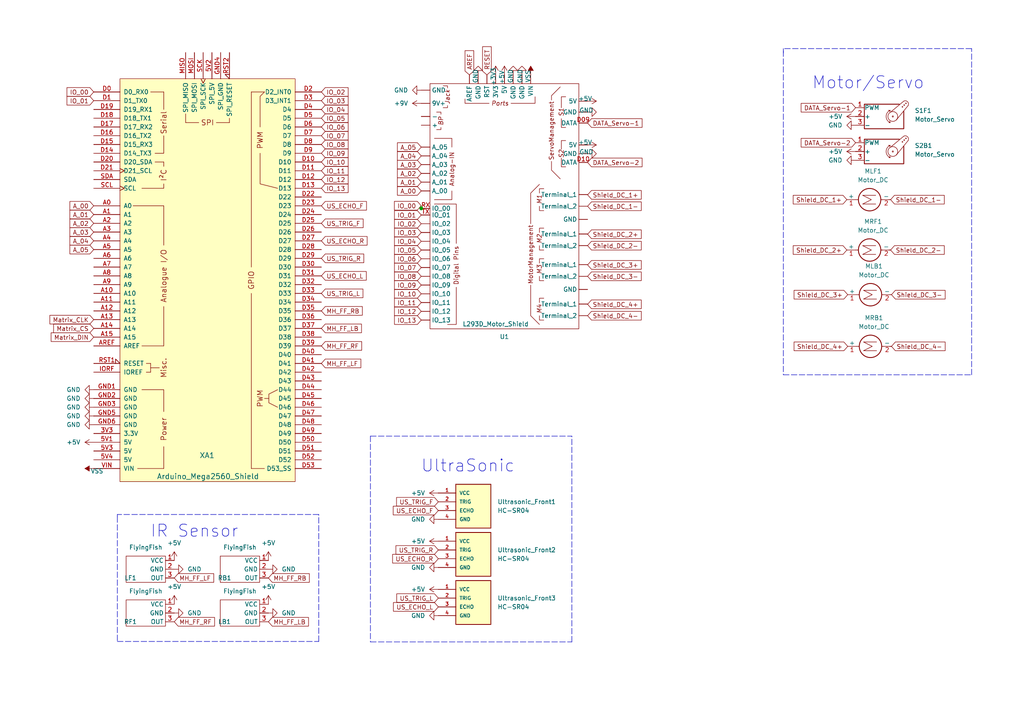
<source format=kicad_sch>
(kicad_sch (version 20211123) (generator eeschema)
  (paper "A4")
  (title_block (title "Infra Vroom") (date "2023-02-08") (rev "V1") (company "De Haagse Hoge School") (comment 1 "Laurens van der Drift") (comment 2 "Fransisco Ramirez") (comment 3 "Tommy Dobos") (comment 4 "Justin van der Reijden"))
  (lib_symbols
    (symbol "Arduino:Arduino_Mega2560_Shield" (pin_names (offset 1.016))
      (property "Reference" "XA" (at 2.54 0 90))
      (property "Value" "Arduino_Mega2560_Shield" (at -2.54 0 90))
      (symbol "Arduino_Mega2560_Shield_0_0"
        (rectangle (start -25.4 -58.42) (end 25.4 58.42) (fill (type background)))
        (rectangle (start -20.32 -54.61) (end -12.7 -54.61))
        (rectangle (start -19.05 -31.75) (end -12.7 -31.75))
        (rectangle (start -19.05 -19.05) (end -12.7 -19.05))
        (rectangle (start -19.05 26.67) (end -12.7 26.67))
        (rectangle (start -17.78 -26.67) (end -16.51 -26.67))
        (rectangle (start -17.78 -24.13) (end -16.51 -24.13))
        (rectangle (start -16.51 -25.4) (end -13.97 -25.4))
        (rectangle (start -16.51 -24.13) (end -16.51 -26.67))
        (rectangle (start -16.51 54.61) (end -12.7 54.61))
        (rectangle (start -15.24 34.29) (end -12.7 34.29))
        (rectangle (start -15.24 36.83) (end -12.7 36.83))
        (rectangle (start -12.7 -54.61) (end -12.7 -48.26))
        (rectangle (start -12.7 -31.75) (end -12.7 -38.1))
        (rectangle (start -12.7 26.67) (end -12.7 27.94))
        (rectangle (start -12.7 34.29) (end -12.7 33.02))
        (rectangle (start -12.7 41.91) (end -12.7 36.83))
        (rectangle (start -12.7 49.53) (end -12.7 54.61))
        (rectangle (start -6.35 48.26) (end -6.35 45.72))
        (rectangle (start -2.54 45.72) (end -6.35 45.72))
        (polyline (pts (xy -21.59 21.59) (xy -12.7 21.59)))
        (polyline (pts (xy -12.7 -19.05) (xy -12.7 -7.62)))
        (polyline (pts (xy -12.7 10.16) (xy -12.7 21.59)))
        (polyline (pts (xy 12.7 -54.61) (xy 16.51 -54.61)))
        (polyline (pts (xy 12.7 54.61) (xy 16.51 54.61)))
        (polyline (pts (xy 17.78 -34.29) (xy 16.51 -34.29)))
        (polyline (pts (xy 15.24 36.83) (xy 15.24 27.94) (xy 20.32 26.67)))
        (polyline (pts (xy 15.24 44.45) (xy 15.24 53.34) (xy 16.51 54.61)))
        (polyline (pts (xy 20.32 -31.75) (xy 17.78 -33.02) (xy 17.78 -35.56) (xy 20.32 -36.83)))
        (rectangle (start 6.35 45.72) (end 2.54 45.72))
        (rectangle (start 6.35 46.99) (end 6.35 45.72))
        (text "Analogue I/O" (at -12.7 1.27 900) (effects (font (size 1.524 1.524))))
        (text "I²C" (at -12.7 30.48 900) (effects (font (size 1.524 1.524))))
        (text "Misc." (at -12.7 -25.4 900) (effects (font (size 1.524 1.524))))
        (text "Power" (at -12.7 -43.18 900) (effects (font (size 1.524 1.524))))
        (text "PWM" (at 15.24 -34.29 900) (effects (font (size 1.524 1.524))))
        (text "PWM" (at 15.24 40.64 900) (effects (font (size 1.524 1.524))))
        (text "Serial" (at -12.7 45.72 900) (effects (font (size 1.524 1.524))))
        (text "SPI" (at 0 45.72 0) (effects (font (size 1.524 1.524))))
      )
      (symbol "Arduino_Mega2560_Shield_1_0"
        (rectangle (start 12.7 -54.61) (end 12.7 -3.81))
        (rectangle (start 12.7 54.61) (end 12.7 3.81))
        (text "GPIO" (at 12.7 0 900) (effects (font (size 1.524 1.524))))
      )
      (symbol "Arduino_Mega2560_Shield_1_1"
        (pin power_out line (at -33.02 -44.45 0) (length 7.62) (name "3.3V") (number "3V3"))
        (pin power_in line (at -33.02 -46.99 0) (length 7.62) (name "5V") (number "5V1"))
        (pin power_in line (at 1.27 66.04 270) (length 7.62) (name "SPI_5V") (number "5V2"))
        (pin power_in line (at -33.02 -49.53 0) (length 7.62) (name "5V") (number "5V3"))
        (pin power_in line (at -33.02 -52.07 0) (length 7.62) (name "5V") (number "5V4"))
        (pin bidirectional line (at -33.02 21.59 0) (length 7.62) (name "A0") (number "A0"))
        (pin bidirectional line (at -33.02 19.05 0) (length 7.62) (name "A1") (number "A1"))
        (pin bidirectional line (at -33.02 -3.81 0) (length 7.62) (name "A10") (number "A10"))
        (pin bidirectional line (at -33.02 -6.35 0) (length 7.62) (name "A11") (number "A11"))
        (pin bidirectional line (at -33.02 -8.89 0) (length 7.62) (name "A12") (number "A12"))
        (pin bidirectional line (at -33.02 -11.43 0) (length 7.62) (name "A13") (number "A13"))
        (pin bidirectional line (at -33.02 -13.97 0) (length 7.62) (name "A14") (number "A14"))
        (pin bidirectional line (at -33.02 -16.51 0) (length 7.62) (name "A15") (number "A15"))
        (pin bidirectional line (at -33.02 16.51 0) (length 7.62) (name "A2") (number "A2"))
        (pin bidirectional line (at -33.02 13.97 0) (length 7.62) (name "A3") (number "A3"))
        (pin bidirectional line (at -33.02 11.43 0) (length 7.62) (name "A4") (number "A4"))
        (pin bidirectional line (at -33.02 8.89 0) (length 7.62) (name "A5") (number "A5"))
        (pin bidirectional line (at -33.02 6.35 0) (length 7.62) (name "A6") (number "A6"))
        (pin bidirectional line (at -33.02 3.81 0) (length 7.62) (name "A7") (number "A7"))
        (pin bidirectional line (at -33.02 1.27 0) (length 7.62) (name "A8") (number "A8"))
        (pin bidirectional line (at -33.02 -1.27 0) (length 7.62) (name "A9") (number "A9"))
        (pin input line (at -33.02 -19.05 0) (length 7.62) (name "AREF") (number "AREF"))
        (pin bidirectional line (at -33.02 54.61 0) (length 7.62) (name "D0_RX0") (number "D0"))
        (pin bidirectional line (at -33.02 52.07 0) (length 7.62) (name "D1_TX0") (number "D1"))
        (pin bidirectional line (at 33.02 34.29 180) (length 7.62) (name "D10") (number "D10"))
        (pin bidirectional line (at 33.02 31.75 180) (length 7.62) (name "D11") (number "D11"))
        (pin bidirectional line (at 33.02 29.21 180) (length 7.62) (name "D12") (number "D12"))
        (pin bidirectional line (at 33.02 26.67 180) (length 7.62) (name "D13") (number "D13"))
        (pin bidirectional line (at -33.02 36.83 0) (length 7.62) (name "D14_TX3") (number "D14"))
        (pin bidirectional line (at -33.02 39.37 0) (length 7.62) (name "D15_RX3") (number "D15"))
        (pin bidirectional line (at -33.02 41.91 0) (length 7.62) (name "D16_TX2") (number "D16"))
        (pin bidirectional line (at -33.02 44.45 0) (length 7.62) (name "D17_RX2") (number "D17"))
        (pin bidirectional line (at -33.02 46.99 0) (length 7.62) (name "D18_TX1") (number "D18"))
        (pin bidirectional line (at -33.02 49.53 0) (length 7.62) (name "D19_RX1") (number "D19"))
        (pin bidirectional line (at 33.02 54.61 180) (length 7.62) (name "D2_INT0") (number "D2"))
        (pin bidirectional line (at -33.02 34.29 0) (length 7.62) (name "D20_SDA") (number "D20"))
        (pin bidirectional clock (at -33.02 31.75 0) (length 7.62) (name "D21_SCL") (number "D21"))
        (pin bidirectional line (at 33.02 24.13 180) (length 7.62) (name "D22") (number "D22"))
        (pin bidirectional line (at 33.02 21.59 180) (length 7.62) (name "D23") (number "D23"))
        (pin bidirectional line (at 33.02 19.05 180) (length 7.62) (name "D24") (number "D24"))
        (pin bidirectional line (at 33.02 16.51 180) (length 7.62) (name "D25") (number "D25"))
        (pin bidirectional line (at 33.02 13.97 180) (length 7.62) (name "D26") (number "D26"))
        (pin bidirectional line (at 33.02 11.43 180) (length 7.62) (name "D27") (number "D27"))
        (pin bidirectional line (at 33.02 8.89 180) (length 7.62) (name "D28") (number "D28"))
        (pin bidirectional line (at 33.02 6.35 180) (length 7.62) (name "D29") (number "D29"))
        (pin bidirectional line (at 33.02 52.07 180) (length 7.62) (name "D3_INT1") (number "D3"))
        (pin bidirectional line (at 33.02 3.81 180) (length 7.62) (name "D30") (number "D30"))
        (pin bidirectional line (at 33.02 1.27 180) (length 7.62) (name "D31") (number "D31"))
        (pin bidirectional line (at 33.02 -1.27 180) (length 7.62) (name "D32") (number "D32"))
        (pin bidirectional line (at 33.02 -3.81 180) (length 7.62) (name "D33") (number "D33"))
        (pin bidirectional line (at 33.02 -6.35 180) (length 7.62) (name "D34") (number "D34"))
        (pin bidirectional line (at 33.02 -8.89 180) (length 7.62) (name "D35") (number "D35"))
        (pin bidirectional line (at 33.02 -11.43 180) (length 7.62) (name "D36") (number "D36"))
        (pin bidirectional line (at 33.02 -13.97 180) (length 7.62) (name "D37") (number "D37"))
        (pin bidirectional line (at 33.02 -16.51 180) (length 7.62) (name "D38") (number "D38"))
        (pin bidirectional line (at 33.02 -19.05 180) (length 7.62) (name "D39") (number "D39"))
        (pin bidirectional line (at 33.02 49.53 180) (length 7.62) (name "D4") (number "D4"))
        (pin bidirectional line (at 33.02 -21.59 180) (length 7.62) (name "D40") (number "D40"))
        (pin bidirectional line (at 33.02 -24.13 180) (length 7.62) (name "D41") (number "D41"))
        (pin bidirectional line (at 33.02 -26.67 180) (length 7.62) (name "D42") (number "D42"))
        (pin bidirectional line (at 33.02 -29.21 180) (length 7.62) (name "D43") (number "D43"))
        (pin bidirectional line (at 33.02 -31.75 180) (length 7.62) (name "D44") (number "D44"))
        (pin bidirectional line (at 33.02 -34.29 180) (length 7.62) (name "D45") (number "D45"))
        (pin bidirectional line (at 33.02 -36.83 180) (length 7.62) (name "D46") (number "D46"))
        (pin bidirectional line (at 33.02 -39.37 180) (length 7.62) (name "D47") (number "D47"))
        (pin bidirectional line (at 33.02 -41.91 180) (length 7.62) (name "D48") (number "D48"))
        (pin bidirectional line (at 33.02 -44.45 180) (length 7.62) (name "D49") (number "D49"))
        (pin bidirectional line (at 33.02 46.99 180) (length 7.62) (name "D5") (number "D5"))
        (pin bidirectional line (at 33.02 -46.99 180) (length 7.62) (name "D50") (number "D50"))
        (pin bidirectional line (at 33.02 -49.53 180) (length 7.62) (name "D51") (number "D51"))
        (pin bidirectional line (at 33.02 -52.07 180) (length 7.62) (name "D52") (number "D52"))
        (pin bidirectional line (at 33.02 -54.61 180) (length 7.62) (name "D53_SS") (number "D53"))
        (pin bidirectional line (at 33.02 44.45 180) (length 7.62) (name "D6") (number "D6"))
        (pin bidirectional line (at 33.02 41.91 180) (length 7.62) (name "D7") (number "D7"))
        (pin bidirectional line (at 33.02 39.37 180) (length 7.62) (name "D8") (number "D8"))
        (pin bidirectional line (at 33.02 36.83 180) (length 7.62) (name "D9") (number "D9"))
        (pin power_in line (at -33.02 -31.75 0) (length 7.62) (name "GND") (number "GND1"))
        (pin power_in line (at -33.02 -34.29 0) (length 7.62) (name "GND") (number "GND2"))
        (pin power_in line (at -33.02 -36.83 0) (length 7.62) (name "GND") (number "GND3"))
        (pin power_in line (at 3.81 66.04 270) (length 7.62) (name "SPI_GND") (number "GND4"))
        (pin power_in line (at -33.02 -39.37 0) (length 7.62) (name "GND") (number "GND5"))
        (pin power_in line (at -33.02 -41.91 0) (length 7.62) (name "GND") (number "GND6"))
        (pin output line (at -33.02 -26.67 0) (length 7.62) (name "IOREF") (number "IORF"))
        (pin input line (at -6.35 66.04 270) (length 7.62) (name "SPI_MISO") (number "MISO"))
        (pin output line (at -3.81 66.04 270) (length 7.62) (name "SPI_MOSI") (number "MOSI"))
        (pin open_collector input_low (at -33.02 -24.13 0) (length 7.62) (name "RESET") (number "RST1"))
        (pin open_collector input_low (at 6.35 66.04 270) (length 7.62) (name "SPI_RESET") (number "RST2"))
        (pin output clock (at -1.27 66.04 270) (length 7.62) (name "SPI_SCK") (number "SCK"))
        (pin bidirectional clock (at -33.02 26.67 0) (length 7.62) (name "SCL") (number "SCL"))
        (pin bidirectional line (at -33.02 29.21 0) (length 7.62) (name "SDA") (number "SDA"))
        (pin power_in line (at -33.02 -54.61 0) (length 7.62) (name "VIN") (number "VIN"))
      )
    )
    (symbol "Arduino:FlyingFish"
      (property "Reference" "U" (at -5.08 -7.62 0))
      (property "Value" "FlyingFish" (at 0 0 0))
      (symbol "FlyingFish_0_1"
        (rectangle (start -6.35 -8.89) (end 5.08 -1.27))
      )
      (symbol "FlyingFish_1_1"
        (pin power_in line (at 7.62 -2.54 180) (length 2.54) (name "VCC") (number "1"))
        (pin power_out line (at 7.62 -5.08 180) (length 2.54) (name "GND") (number "2"))
        (pin output line (at 7.62 -7.62 180) (length 2.54) (name "OUT") (number "3"))
      )
    )
    (symbol "Arduino:L293D_Motor_Shield"
      (property "Reference" "U" (at -10.16 -33.02 0))
      (property "Value" "L293D_Motor_Shield" (at -1.27 -34.925 0))
      (symbol "L293D_Motor_Shield_0_0"
        (polyline (pts (xy -17.145 21.59) (xy -17.145 20.955) (xy -18.415 20.955)))
        (polyline (pts (xy -17.145 25.4) (xy -17.145 26.035) (xy -18.415 26.035)))
        (polyline (pts (xy -15.24 -35.56) (xy -12.7 -35.56) (xy -12.7 -24.765)))
        (polyline (pts (xy -15.24 27.94) (xy -15.24 27.305) (xy -16.51 27.305)))
        (polyline (pts (xy -15.24 33.02) (xy -15.24 33.655) (xy -16.51 33.655)))
        (polyline (pts (xy -13.97 3.175) (xy -13.97 0.635) (xy -19.05 0.635)))
        (polyline (pts (xy -13.97 15.875) (xy -13.97 18.415) (xy -19.05 18.415)))
        (polyline (pts (xy -12.7 -12.065) (xy -12.7 -0.635) (xy -19.05 -0.635)))
        (polyline (pts (xy -3.175 28.575) (xy -10.16 28.575) (xy -10.16 29.845)))
        (polyline (pts (xy 3.175 28.575) (xy 10.16 28.575) (xy 10.16 30.48)))
        (polyline (pts (xy 11.43 -35.56) (xy 8.89 -33.02) (xy 8.89 -24.13)))
        (polyline (pts (xy 11.43 -29.21) (xy 11.43 -27.94) (xy 12.7 -27.94)))
        (polyline (pts (xy 11.43 -17.78) (xy 11.43 -16.51) (xy 12.7 -16.51)))
        (polyline (pts (xy 11.43 -8.89) (xy 11.43 -7.62) (xy 12.7 -7.62)))
        (polyline (pts (xy 11.43 2.54) (xy 11.43 3.81) (xy 12.7 3.81)))
        (polyline (pts (xy 11.43 5.08) (xy 8.89 2.54) (xy 8.89 -6.35)))
        (polyline (pts (xy 12.7 -34.29) (xy 11.43 -34.29) (xy 11.43 -33.02)))
        (polyline (pts (xy 12.7 -22.86) (xy 11.43 -22.86) (xy 11.43 -21.59)))
        (polyline (pts (xy 12.7 -13.97) (xy 11.43 -13.97) (xy 11.43 -12.7)))
        (polyline (pts (xy 12.7 -2.54) (xy 11.43 -2.54) (xy 11.43 -1.27)))
        (polyline (pts (xy 17.4625 6.6675) (xy 14.9225 9.2075) (xy 14.9225 11.7475)))
        (polyline (pts (xy 17.4625 33.3375) (xy 14.9225 30.7975) (xy 14.9225 29.5275)))
        (polyline (pts (xy 17.78 12.7) (xy 17.78 10.16) (xy 19.05 10.16)))
        (polyline (pts (xy 17.78 15.24) (xy 17.78 17.78) (xy 19.05 17.78)))
        (polyline (pts (xy 17.78 24.13) (xy 17.78 21.59) (xy 19.05 21.59)))
        (polyline (pts (xy 17.78 27.305) (xy 17.78 30.48) (xy 19.05 30.48)))
        (text "Analog-IN" (at -13.97 9.525 900) (effects (font (size 1.27 1.27))))
        (text "BP" (at -17.145 23.495 900) (effects (font (size 1.27 1.27) italic)))
        (text "Digital Pins" (at -12.7 -18.415 900) (effects (font (size 1.27 1.27))))
        (text "Jack" (at -15.24 30.48 900) (effects (font (size 1.27 1.27) italic)))
        (text "M1" (at 11.43 0.76 900) (effects (font (size 1.27 1.27) italic)))
        (text "M2" (at 11.43 -10.67 900) (effects (font (size 1.27 1.27) italic)))
        (text "M3" (at 11.43 -19.56 900) (effects (font (size 1.27 1.27) italic)))
        (text "M4" (at 11.43 -30.99 900) (effects (font (size 1.27 1.27) italic)))
        (text "MotorManagement" (at 8.89 -15.24 900) (effects (font (size 1.27 1.27))))
        (text "Ports" (at 0 28.575 0) (effects (font (size 1.27 1.27) italic)))
        (text "S1" (at 17.78 26.035 900) (effects (font (size 1.27 1.27) italic)))
        (text "S2" (at 17.78 13.97 900) (effects (font (size 1.27 1.27) italic)))
        (text "ServoManagement" (at 14.9225 20.6375 900) (effects (font (size 1.27 1.27))))
      )
      (symbol "L293D_Motor_Shield_0_1"
        (rectangle (start -20.32 34.29) (end 22.86 -36.83))
      )
      (symbol "L293D_Motor_Shield_1_1"
        (pin output line (at -22.86 22.225 0) (length 2.54) (name "+") (number ""))
        (pin input line (at -22.86 24.765 0) (length 2.54) (name "-") (number ""))
        (pin power_in line (at -1.27 36.83 270) (length 2.54) (name "3V3") (number ""))
        (pin power_in line (at 1.27 36.83 270) (length 2.54) (name "5V") (number ""))
        (pin power_out line (at 25.4 16.51 180) (length 2.54) (name "5V") (number ""))
        (pin power_out line (at 25.4 29.21 180) (length 2.54) (name "5V") (number ""))
        (pin power_in line (at -22.86 28.575 0) (length 2.54) (name "9V+") (number ""))
        (pin bidirectional line (at -8.89 36.83 270) (length 2.54) (name "AREF") (number ""))
        (pin input line (at -22.86 3.175 0) (length 2.54) (name "A_00") (number ""))
        (pin input line (at -22.86 5.715 0) (length 2.54) (name "A_01") (number ""))
        (pin input line (at -22.86 8.255 0) (length 2.54) (name "A_02") (number ""))
        (pin input line (at -22.86 10.795 0) (length 2.54) (name "A_03") (number ""))
        (pin input line (at -22.86 13.335 0) (length 2.54) (name "A_04") (number ""))
        (pin input line (at -22.86 15.875 0) (length 2.54) (name "A_05") (number ""))
        (pin bidirectional line (at -22.86 32.385 0) (length 2.54) (name "GND") (number ""))
        (pin bidirectional line (at -6.35 36.83 270) (length 2.54) (name "GND") (number ""))
        (pin bidirectional line (at 3.81 36.83 270) (length 2.54) (name "GND") (number ""))
        (pin bidirectional line (at 6.35 36.83 270) (length 2.54) (name "GND") (number ""))
        (pin bidirectional line (at 25.4 -25.4 180) (length 2.54) (name "GND") (number ""))
        (pin bidirectional line (at 25.4 -5.08 180) (length 2.54) (name "GND") (number ""))
        (pin bidirectional line (at 25.4 13.97 180) (length 2.54) (name "GND") (number ""))
        (pin bidirectional line (at 25.4 26.035 180) (length 2.54) (name "GND") (number ""))
        (pin bidirectional line (at -22.86 -6.35 0) (length 2.54) (name "IO_02") (number ""))
        (pin bidirectional line (at -22.86 -8.89 0) (length 2.54) (name "IO_03") (number ""))
        (pin bidirectional line (at -22.86 -11.43 0) (length 2.54) (name "IO_04") (number ""))
        (pin bidirectional line (at -22.86 -13.97 0) (length 2.54) (name "IO_05") (number ""))
        (pin bidirectional line (at -22.86 -16.51 0) (length 2.54) (name "IO_06") (number ""))
        (pin bidirectional line (at -22.86 -19.05 0) (length 2.54) (name "IO_07") (number ""))
        (pin bidirectional line (at -22.86 -21.59 0) (length 2.54) (name "IO_08") (number ""))
        (pin bidirectional line (at -22.86 -24.13 0) (length 2.54) (name "IO_09") (number ""))
        (pin bidirectional line (at -22.86 -26.67 0) (length 2.54) (name "IO_10") (number ""))
        (pin bidirectional line (at -22.86 -29.21 0) (length 2.54) (name "IO_11") (number ""))
        (pin bidirectional line (at -22.86 -31.75 0) (length 2.54) (name "IO_12") (number ""))
        (pin bidirectional line (at -22.86 -34.29 0) (length 2.54) (name "IO_13") (number ""))
        (pin input line (at -3.81 36.83 270) (length 2.54) (name "RST") (number ""))
        (pin bidirectional line (at 25.414 -29.6446 180) (length 2.54) (name "Terminal_1") (number ""))
        (pin bidirectional line (at 25.414 -18.2146 180) (length 2.54) (name "Terminal_1") (number ""))
        (pin bidirectional line (at 25.414 -9.3246 180) (length 2.54) (name "Terminal_1") (number ""))
        (pin bidirectional line (at 25.414 2.1054 180) (length 2.54) (name "Terminal_1") (number ""))
        (pin bidirectional line (at 25.4 -33.02 180) (length 2.54) (name "Terminal_2") (number ""))
        (pin bidirectional line (at 25.4 -21.59 180) (length 2.54) (name "Terminal_2") (number ""))
        (pin bidirectional line (at 25.4 -12.7 180) (length 2.54) (name "Terminal_2") (number ""))
        (pin bidirectional line (at 25.4 -1.27 180) (length 2.54) (name "Terminal_2") (number ""))
        (pin bidirectional line (at 8.89 36.83 270) (length 2.54) (name "VIN") (number ""))
        (pin output line (at 25.4 22.86 180) (length 2.54) (name "DATA") (number "D09"))
        (pin output line (at 25.4 11.43 180) (length 2.54) (name "DATA") (number "D10"))
        (pin bidirectional line (at -22.86 -1.905 0) (length 2.54) (name "IO_00") (number "RX"))
        (pin bidirectional line (at -22.86 -3.81 0) (length 2.54) (name "IO_01") (number "TX"))
      )
    )
    (symbol "HC-SR04:HC-SR04" (pin_names (offset 1.016))
      (property "Reference" "U" (at 0 5.0813 0))
      (property "Value" "HC-SR04" (at 0 -10.163 0))
      (symbol "HC-SR04_0_0"
        (rectangle (start 0 -7.62) (end 10.16 5.08) (stroke (width 0.254)) (fill (type background)))
        (pin power_in line (at -5.08 2.54 0) (length 5.08) (name "VCC") (number "1"))
        (pin bidirectional line (at -5.08 0 0) (length 5.08) (name "TRIG") (number "2"))
        (pin bidirectional line (at -5.08 -2.54 0) (length 5.08) (name "ECHO") (number "3"))
        (pin power_in line (at -5.08 -5.08 0) (length 5.08) (name "GND") (number "4"))
      )
    )
    (symbol "Motor:Motor_DC" (pin_names (offset 0))
      (property "Reference" "M" (at 2.54 2.54 0))
      (property "Value" "Motor_DC" (at 2.54 -5.08 0))
      (symbol "Motor_DC_0_0"
        (polyline (pts (xy -1.27 -3.302) (xy -1.27 0.508) (xy 0 -2.032) (xy 1.27 0.508) (xy 1.27 -3.302)))
      )
      (symbol "Motor_DC_0_1"
        (circle (center 0 -1.524) (radius 3.2512) (stroke (width 0.254)))
        (polyline (pts (xy 0 -7.62) (xy 0 -7.112)))
        (polyline (pts (xy 0 -4.7752) (xy 0 -5.1816)))
        (polyline (pts (xy 0 1.7272) (xy 0 2.0828)))
        (polyline (pts (xy 0 2.032) (xy 0 2.54)))
      )
      (symbol "Motor_DC_1_1"
        (pin passive line (at 0 5.08 270) (length 2.54) (name "+") (number "1"))
        (pin passive line (at 0 -7.62 90) (length 2.54) (name "-") (number "2"))
      )
    )
    (symbol "Motor:Motor_Servo" (pin_names (offset 0.0254))
      (property "Reference" "M" (at -5.08 4.445 0))
      (property "Value" "Motor_Servo" (at -5.08 -4.064 0))
      (symbol "Motor_Servo_0_1"
        (polyline (pts (xy 2.413 -1.778) (xy 2.032 -1.778)))
        (polyline (pts (xy 2.413 -1.778) (xy 2.286 -1.397)))
        (polyline (pts (xy 2.413 1.778) (xy 1.905 1.778)))
        (polyline (pts (xy 2.413 1.778) (xy 2.286 1.397)))
        (polyline (pts (xy 6.35 4.445) (xy 2.54 1.27)))
        (polyline (pts (xy 7.62 3.175) (xy 4.191 -1.016)))
        (polyline (pts (xy 5.08 3.556) (xy -5.08 3.556) (xy -5.08 -3.556) (xy 6.35 -3.556) (xy 6.35 1.524)) (stroke (width 0.254)))
        (arc (start 2.413 1.778) (mid 1.2406 0) (end 2.413 -1.778))
        (circle (center 3.175 0) (radius 0.1778))
        (circle (center 3.175 0) (radius 1.4224))
        (circle (center 5.969 2.794) (radius 0.127))
        (circle (center 6.477 3.302) (radius 0.127))
        (circle (center 6.985 3.81) (radius 0.127))
        (arc (start 7.62 3.175) (mid 7.4485 4.2735) (end 6.35 4.445))
      )
      (symbol "Motor_Servo_1_1"
        (pin passive line (at -7.62 2.54 0) (length 2.54) (name "PWM") (number "1"))
        (pin passive line (at -7.62 0 0) (length 2.54) (name "+") (number "2"))
        (pin passive line (at -7.62 -2.54 0) (length 2.54) (name "-") (number "3"))
      )
    )
    (symbol "power:+3V3" (power) (pin_names (offset 0))
      (property "Value" "+3V3" (at 0 3.556 0))
      (symbol "+3V3_0_1"
        (polyline (pts (xy -0.762 1.27) (xy 0 2.54)))
        (polyline (pts (xy 0 0) (xy 0 2.54)))
        (polyline (pts (xy 0 2.54) (xy 0.762 1.27)))
      )
      (symbol "+3V3_1_1"
        (pin power_in line (at 0 0 90) (length 0) hide (name "+3V3") (number "1"))
      )
    )
    (symbol "power:+5V" (power) (pin_names (offset 0))
      (property "Value" "+5V" (at 0 3.556 0))
      (symbol "+5V_0_1"
        (polyline (pts (xy -0.762 1.27) (xy 0 2.54)))
        (polyline (pts (xy 0 0) (xy 0 2.54)))
        (polyline (pts (xy 0 2.54) (xy 0.762 1.27)))
      )
      (symbol "+5V_1_1"
        (pin power_in line (at 0 0 90) (length 0) hide (name "+5V") (number "1"))
      )
    )
    (symbol "power:+9V" (power) (pin_names (offset 0))
      (property "Value" "+9V" (at 0 3.556 0))
      (symbol "+9V_0_1"
        (polyline (pts (xy -0.762 1.27) (xy 0 2.54)))
        (polyline (pts (xy 0 0) (xy 0 2.54)))
        (polyline (pts (xy 0 2.54) (xy 0.762 1.27)))
      )
      (symbol "+9V_1_1"
        (pin power_in line (at 0 0 90) (length 0) hide (name "+9V") (number "1"))
      )
    )
    (symbol "power:GND" (power) (pin_names (offset 0))
      (property "Value" "GND" (at 0 -3.81 0))
      (symbol "GND_0_1"
        (polyline (pts (xy 0 0) (xy 0 -1.27) (xy 1.27 -1.27) (xy 0 -2.54) (xy -1.27 -1.27) (xy 0 -1.27)))
      )
      (symbol "GND_1_1"
        (pin power_in line (at 0 0 270) (length 0) hide (name "GND") (number "1"))
      )
    )
    (symbol "power:VSS" (power) (pin_names (offset 0))
      (property "Value" "VSS" (at 0 3.81 0))
      (symbol "VSS_0_1"
        (polyline (pts (xy 0 0) (xy 0 2.54)))
        (polyline (pts (xy 0.762 1.27) (xy -0.762 1.27) (xy 0 2.54) (xy 0.762 1.27)) (fill (type outline)))
      )
      (symbol "VSS_1_1"
        (pin power_in line (at 0 0 90) (length 0) hide (name "VSS") (number "1"))
      )
    )
  )
  (junction (at 122.174 60.452))
  (wire (pts (xy 122.1486 60.452) (xy 122.174 60.452)))
  (polyline (pts (xy 328.803 64.77) (xy 328.803 19.685)))
  (polyline (pts (xy 107.442 126.492) (xy 107.442 186.182)))
  (wire (pts (xy 122.1486 59.6646) (xy 122.1486 60.452)))
  (polyline (pts (xy 328.803 19.685) (xy 372.618 19.685)))
  (polyline (pts (xy 281.813 108.712) (xy 281.813 14.097)))
  (polyline (pts (xy 372.618 20.32) (xy 372.618 64.77)))
  (polyline (pts (xy 227.203 108.712) (xy 281.813 108.712)))
  (polyline (pts (xy 34.036 149.225) (xy 34.036 149.86)))
  (polyline (pts (xy 165.862 186.182) (xy 165.862 126.492)))
  (polyline (pts (xy 227.203 14.732) (xy 227.203 108.712)))
  (polyline (pts (xy 372.618 64.77) (xy 328.803 64.77)))
  (polyline (pts (xy 107.442 186.182) (xy 165.862 186.182)))
  (polyline (pts (xy 92.456 149.225) (xy 34.036 149.225)))
  (polyline (pts (xy 34.036 186.055) (xy 92.456 186.055)))
  (polyline (pts (xy 107.442 126.492) (xy 165.862 126.492)))
  (polyline (pts (xy 281.813 14.097) (xy 227.203 14.097)))
  (polyline (pts (xy 34.036 149.86) (xy 34.036 186.055)))
  (polyline (pts (xy 227.203 14.097) (xy 227.203 15.367)))
  (polyline (pts (xy 92.456 186.055) (xy 92.456 149.225)))
  (text "IR Sensor" (at 43.561 156.21 0) (effects (font (size 3.5 3.5)) (justify left bottom)))
  (text "UltraSonic" (at 122.047 137.287 0) (effects (font (size 3.5 3.5)) (justify left bottom)))
  (text "Bluetooth" (at 335.788 29.21 0) (effects (font (size 3.5 3.5)) (justify left bottom)))
  (text "Motor/Servo" (at 235.458 26.162 0) (effects (font (size 3.5 3.5)) (justify left bottom)))
  (global_label "ZS-040_State" (shape input) (at 353.568 34.29 0) (property "Intersheet References" "${INTERSHEET_REFS}" (effects hide)))
  (global_label "A_05" (shape input) (at 122.174 42.672 180) (property "Intersheet References" "${INTERSHEET_REFS}" (effects hide)))
  (global_label "Shield_DC_1-" (shape input) (at 170.434 59.817 0) (property "Intersheet References" "${INTERSHEET_REFS}" (effects hide)))
  (global_label "IO_00" (shape input) (at 27.178 26.67 180) (property "Intersheet References" "${INTERSHEET_REFS}" (effects hide)))
  (global_label "A_03" (shape input) (at 27.178 67.31 180) (property "Intersheet References" "${INTERSHEET_REFS}" (effects hide)))
  (global_label "Shield_DC_2-" (shape input) (at 170.434 71.247 0) (property "Intersheet References" "${INTERSHEET_REFS}" (effects hide)))
  (global_label "MH_FF_RF" (shape input) (at 93.218 100.33 0) (property "Intersheet References" "${INTERSHEET_REFS}" (effects hide)))
  (global_label "MH_FF_LF" (shape input) (at 93.218 105.41 0) (property "Intersheet References" "${INTERSHEET_REFS}" (effects hide)))
  (global_label "A_02" (shape input) (at 27.178 64.77 180) (property "Intersheet References" "${INTERSHEET_REFS}" (effects hide)))
  (global_label "IO_08" (shape input) (at 122.174 80.137 180) (property "Intersheet References" "${INTERSHEET_REFS}" (effects hide)))
  (global_label "IO_12" (shape input) (at 93.218 52.07 0) (property "Intersheet References" "${INTERSHEET_REFS}" (effects hide)))
  (global_label "ZS-040_TXD" (shape input) (at 353.568 43.18 0) (property "Intersheet References" "${INTERSHEET_REFS}" (effects hide)))
  (global_label "AREF" (shape input) (at 136.144 21.717 90) (property "Intersheet References" "${INTERSHEET_REFS}" (effects hide)))
  (global_label "A_03" (shape input) (at 122.174 47.752 180) (property "Intersheet References" "${INTERSHEET_REFS}" (effects hide)))
  (global_label "MH_FF_LB" (shape input) (at 93.218 95.25 0) (property "Intersheet References" "${INTERSHEET_REFS}" (effects hide)))
  (global_label "IO_08" (shape input) (at 93.218 41.91 0) (property "Intersheet References" "${INTERSHEET_REFS}" (effects hide)))
  (global_label "IO_10" (shape input) (at 122.174 85.217 180) (property "Intersheet References" "${INTERSHEET_REFS}" (effects hide)))
  (global_label "DATA_Servo-2" (shape input) (at 248.158 41.402 180) (property "Intersheet References" "${INTERSHEET_REFS}" (effects hide)))
  (global_label "MH_FF_RB" (shape input) (at 93.218 90.17 0) (property "Intersheet References" "${INTERSHEET_REFS}" (effects hide)))
  (global_label "IO_06" (shape input) (at 93.218 36.83 0) (property "Intersheet References" "${INTERSHEET_REFS}" (effects hide)))
  (global_label "IO_04" (shape input) (at 93.218 31.75 0) (property "Intersheet References" "${INTERSHEET_REFS}" (effects hide)))
  (global_label "Shield_DC_4-" (shape input) (at 258.572 100.457 0) (property "Intersheet References" "${INTERSHEET_REFS}" (effects hide)))
  (global_label "IO_02" (shape input) (at 122.174 64.897 180) (property "Intersheet References" "${INTERSHEET_REFS}" (effects hide)))
  (global_label "IO_00" (shape input) (at 122.1486 59.6646 180) (property "Intersheet References" "${INTERSHEET_REFS}" (effects hide)))
  (global_label "IO_03" (shape input) (at 93.218 29.21 0) (property "Intersheet References" "${INTERSHEET_REFS}" (effects hide)))
  (global_label "Shield_DC_3-" (shape input) (at 170.434 80.137 0) (property "Intersheet References" "${INTERSHEET_REFS}" (effects hide)))
  (global_label "Shield_DC_2-" (shape input) (at 258.318 72.517 0) (property "Intersheet References" "${INTERSHEET_REFS}" (effects hide)))
  (global_label "Shield_DC_1+" (shape input) (at 245.618 57.912 180) (property "Intersheet References" "${INTERSHEET_REFS}" (effects hide)))
  (global_label "IO_05" (shape input) (at 93.218 34.29 0) (property "Intersheet References" "${INTERSHEET_REFS}" (effects hide)))
  (global_label "US_TRIG_L" (shape input) (at 127.127 173.482 180) (property "Intersheet References" "${INTERSHEET_REFS}" (effects hide)))
  (global_label "Shield_DC_4+" (shape input) (at 170.434 88.265 0) (property "Intersheet References" "${INTERSHEET_REFS}" (effects hide)))
  (global_label "ZS-040_GND" (shape input) (at 353.568 47.625 0) (property "Intersheet References" "${INTERSHEET_REFS}" (effects hide)))
  (global_label "US_TRIG_R" (shape input) (at 93.218 74.93 0) (property "Intersheet References" "${INTERSHEET_REFS}" (effects hide)))
  (global_label "IO_03" (shape input) (at 122.174 67.437 180) (property "Intersheet References" "${INTERSHEET_REFS}" (effects hide)))
  (global_label "Shield_DC_2+" (shape input) (at 245.618 72.517 180) (property "Intersheet References" "${INTERSHEET_REFS}" (effects hide)))
  (global_label "IO_04" (shape input) (at 122.174 69.977 180) (property "Intersheet References" "${INTERSHEET_REFS}" (effects hide)))
  (global_label "MH_FF_LF" (shape input) (at 50.546 167.64 0) (property "Intersheet References" "${INTERSHEET_REFS}" (effects hide)))
  (global_label "US_TRIG_L" (shape input) (at 93.218 85.09 0) (property "Intersheet References" "${INTERSHEET_REFS}" (effects hide)))
  (global_label "IO_11" (shape input) (at 122.174 87.757 180) (property "Intersheet References" "${INTERSHEET_REFS}" (effects hide)))
  (global_label "MH_FF_LB" (shape input) (at 77.851 180.34 0) (property "Intersheet References" "${INTERSHEET_REFS}" (effects hide)))
  (global_label "IO_13" (shape input) (at 122.174 92.837 180) (property "Intersheet References" "${INTERSHEET_REFS}" (effects hide)))
  (global_label "US_ECHO_L" (shape input) (at 93.218 80.01 0) (property "Intersheet References" "${INTERSHEET_REFS}" (effects hide)))
  (global_label "Shield_DC_4-" (shape input) (at 170.434 91.567 0) (property "Intersheet References" "${INTERSHEET_REFS}" (effects hide)))
  (global_label "US_TRIG_R" (shape input) (at 127.127 159.512 180) (property "Intersheet References" "${INTERSHEET_REFS}" (effects hide)))
  (global_label "IO_12" (shape input) (at 122.174 90.297 180) (property "Intersheet References" "${INTERSHEET_REFS}" (effects hide)))
  (global_label "US_ECHO_L" (shape input) (at 127.127 176.022 180) (property "Intersheet References" "${INTERSHEET_REFS}" (effects hide)))
  (global_label "IO_06" (shape input) (at 122.174 75.057 180) (property "Intersheet References" "${INTERSHEET_REFS}" (effects hide)))
  (global_label "ZS-040_RXD" (shape input) (at 353.568 38.735 0) (property "Intersheet References" "${INTERSHEET_REFS}" (effects hide)))
  (global_label "A_04" (shape input) (at 122.174 45.212 180) (property "Intersheet References" "${INTERSHEET_REFS}" (effects hide)))
  (global_label "A_00" (shape input) (at 27.178 59.69 180) (property "Intersheet References" "${INTERSHEET_REFS}" (effects hide)))
  (global_label "DATA_Servo-2" (shape input) (at 170.434 47.117 0) (property "Intersheet References" "${INTERSHEET_REFS}" (effects hide)))
  (global_label "Matrix_DIN" (shape input) (at 27.178 97.79 180) (property "Intersheet References" "${INTERSHEET_REFS}" (effects hide)))
  (global_label "A_02" (shape input) (at 122.174 50.292 180) (property "Intersheet References" "${INTERSHEET_REFS}" (effects hide)))
  (global_label "A_05" (shape input) (at 27.178 72.39 180) (property "Intersheet References" "${INTERSHEET_REFS}" (effects hide)))
  (global_label "Matrix_CLK" (shape input) (at 27.178 92.71 180) (property "Intersheet References" "${INTERSHEET_REFS}" (effects hide)))
  (global_label "Shield_DC_4+" (shape input) (at 245.872 100.457 180) (property "Intersheet References" "${INTERSHEET_REFS}" (effects hide)))
  (global_label "Shield_DC_3+" (shape input) (at 170.434 76.835 0) (property "Intersheet References" "${INTERSHEET_REFS}" (effects hide)))
  (global_label "Shield_DC_3+" (shape input) (at 245.872 85.471 180) (property "Intersheet References" "${INTERSHEET_REFS}" (effects hide)))
  (global_label "A_04" (shape input) (at 27.178 69.85 180) (property "Intersheet References" "${INTERSHEET_REFS}" (effects hide)))
  (global_label "A_00" (shape input) (at 122.174 55.372 180) (property "Intersheet References" "${INTERSHEET_REFS}" (effects hide)))
  (global_label "Shield_DC_2+" (shape input) (at 170.434 67.945 0) (property "Intersheet References" "${INTERSHEET_REFS}" (effects hide)))
  (global_label "DATA_Servo-1" (shape input) (at 170.434 35.687 0) (property "Intersheet References" "${INTERSHEET_REFS}" (effects hide)))
  (global_label "IO_13" (shape input) (at 93.218 54.61 0) (property "Intersheet References" "${INTERSHEET_REFS}" (effects hide)))
  (global_label "MH_FF_RB" (shape input) (at 77.851 167.64 0) (property "Intersheet References" "${INTERSHEET_REFS}" (effects hide)))
  (global_label "IO_11" (shape input) (at 93.218 49.53 0) (property "Intersheet References" "${INTERSHEET_REFS}" (effects hide)))
  (global_label "IO_10" (shape input) (at 93.218 46.99 0) (property "Intersheet References" "${INTERSHEET_REFS}" (effects hide)))
  (global_label "DATA_Servo-1" (shape input) (at 248.158 31.242 180) (property "Intersheet References" "${INTERSHEET_REFS}" (effects hide)))
  (global_label "A_01" (shape input) (at 122.174 52.832 180) (property "Intersheet References" "${INTERSHEET_REFS}" (effects hide)))
  (global_label "A_01" (shape input) (at 27.178 62.23 180) (property "Intersheet References" "${INTERSHEET_REFS}" (effects hide)))
  (global_label "US_ECHO_F" (shape input) (at 127.127 148.082 180) (property "Intersheet References" "${INTERSHEET_REFS}" (effects hide)))
  (global_label "Shield_DC_3-" (shape input) (at 258.572 85.471 0) (property "Intersheet References" "${INTERSHEET_REFS}" (effects hide)))
  (global_label "IO_01" (shape input) (at 27.178 29.21 180) (property "Intersheet References" "${INTERSHEET_REFS}" (effects hide)))
  (global_label "Shield_DC_1+" (shape input) (at 170.434 56.515 0) (property "Intersheet References" "${INTERSHEET_REFS}" (effects hide)))
  (global_label "IO_01" (shape input) (at 122.174 62.357 180) (property "Intersheet References" "${INTERSHEET_REFS}" (effects hide)))
  (global_label "ZS-040_EN" (shape input) (at 353.568 56.515 0) (property "Intersheet References" "${INTERSHEET_REFS}" (effects hide)))
  (global_label "US_TRIG_F" (shape input) (at 127.127 145.542 180) (property "Intersheet References" "${INTERSHEET_REFS}" (effects hide)))
  (global_label "IO_09" (shape input) (at 93.218 44.45 0) (property "Intersheet References" "${INTERSHEET_REFS}" (effects hide)))
  (global_label "ZS-040_VCC" (shape input) (at 353.568 52.07 0) (property "Intersheet References" "${INTERSHEET_REFS}" (effects hide)))
  (global_label "US_ECHO_R" (shape input) (at 127.127 162.052 180) (property "Intersheet References" "${INTERSHEET_REFS}" (effects hide)))
  (global_label "Matrix_CS" (shape input) (at 27.178 95.25 180) (property "Intersheet References" "${INTERSHEET_REFS}" (effects hide)))
  (global_label "IO_07" (shape input) (at 93.218 39.37 0) (property "Intersheet References" "${INTERSHEET_REFS}" (effects hide)))
  (global_label "US_ECHO_R" (shape input) (at 93.218 69.85 0) (property "Intersheet References" "${INTERSHEET_REFS}" (effects hide)))
  (global_label "US_TRIG_F" (shape input) (at 93.218 64.77 0) (property "Intersheet References" "${INTERSHEET_REFS}" (effects hide)))
  (global_label "RESET" (shape input) (at 141.224 21.717 90) (property "Intersheet References" "${INTERSHEET_REFS}" (effects hide)))
  (global_label "Shield_DC_1-" (shape input) (at 258.318 57.912 0) (property "Intersheet References" "${INTERSHEET_REFS}" (effects hide)))
  (global_label "US_ECHO_F" (shape input) (at 93.218 59.69 0) (property "Intersheet References" "${INTERSHEET_REFS}" (effects hide)))
  (global_label "IO_09" (shape input) (at 122.174 82.677 180) (property "Intersheet References" "${INTERSHEET_REFS}" (effects hide)))
  (global_label "IO_02" (shape input) (at 93.218 26.67 0) (property "Intersheet References" "${INTERSHEET_REFS}" (effects hide)))
  (global_label "IO_07" (shape input) (at 122.174 77.597 180) (property "Intersheet References" "${INTERSHEET_REFS}" (effects hide)))
  (global_label "MH_FF_RF" (shape input) (at 50.546 180.34 0) (property "Intersheet References" "${INTERSHEET_REFS}" (effects hide)))
  (global_label "IO_05" (shape input) (at 122.174 72.517 180) (property "Intersheet References" "${INTERSHEET_REFS}" (effects hide)))
  (symbol (lib_id "power:VSS") (at 153.924 21.717 0) (unit 1)
    (property "Reference" "#PWR0134" (effects hide))
    (property "Value" "VSS" (at 153.162 22.098 90))
  )
  (symbol (lib_id "power:+5V") (at 127.127 156.972 90) (unit 1)
    (property "Reference" "#PWR0113" (effects hide))
    (property "Value" "+5V" (at 123.317 156.9719 90) (effects (justify left)))
  )
  (symbol (lib_id "power:GND") (at 127.127 150.622 270) (unit 1)
    (property "Reference" "#PWR0115" (effects hide))
    (property "Value" "GND" (at 123.317 150.6219 90) (effects (justify right)))
  )
  (symbol (lib_id "power:GND") (at 122.174 26.162 270) (unit 1)
    (property "Reference" "#PWR0124" (effects hide))
    (property "Value" "GND" (at 118.364 26.1619 90) (effects (justify right)))
  )
  (symbol (lib_id "power:GND") (at 170.434 44.577 90) (unit 1)
    (property "Reference" "#PWR0128" (effects hide))
    (property "Value" "GND" (at 168.021 44.069 90) (effects (justify right)))
  )
  (symbol (lib_id "Motor:Motor_DC") (at 250.952 100.457 90) (unit 1)
    (property "Reference" "MRB1" (at 253.492 92.202 90))
    (property "Value" "Motor_DC" (at 253.492 94.742 90))
  )
  (symbol (lib_id "Arduino:Arduino_Mega2560_Shield") (at 60.198 81.28 0) (unit 1)
    (property "Reference" "XA1" (at 60.071 132.08 0) (effects (font (size 1.524 1.524))))
    (property "Value" "Arduino_Mega2560_Shield" (at 60.325 138.176 0) (effects (font (size 1.524 1.524))))
    (property "Footprint" "Arduino_Library:Arduino_Mega2560_Shield" (effects hide))
    (property "Datasheet" "https://docs.arduino.cc/hardware/mega-2560" (effects hide))
  )
  (symbol (lib_id "power:GND") (at 248.158 36.322 270) (unit 1)
    (property "Reference" "#PWR0135" (effects hide))
    (property "Value" "GND" (at 244.348 36.3219 90) (effects (justify right)))
  )
  (symbol (lib_id "Arduino:FlyingFish") (at 70.231 172.72 0) (unit 1)
    (property "Reference" "LB1" (at 65.151 180.34 0))
    (property "Value" "FlyingFish" (at 69.596 171.45 0))
  )
  (symbol (lib_id "power:+5V") (at 248.158 33.782 90) (unit 1)
    (property "Reference" "#PWR0137" (effects hide))
    (property "Value" "+5V" (at 244.348 33.7819 90) (effects (justify left)))
  )
  (symbol (lib_id "power:GND") (at 50.546 165.1 90) (unit 1)
    (property "Reference" "#PWR0121" (effects hide))
    (property "Value" "GND" (at 54.356 165.0999 90) (effects (justify right)))
  )
  (symbol (lib_id "power:+5V") (at 127.127 170.942 90) (unit 1)
    (property "Reference" "#PWR0111" (effects hide))
    (property "Value" "+5V" (at 123.317 170.9419 90) (effects (justify left)))
  )
  (symbol (lib_id "power:GND") (at 170.434 32.512 90) (unit 1)
    (property "Reference" "#PWR0126" (effects hide))
    (property "Value" "GND" (at 168.021 32.004 90) (effects (justify right)))
  )
  (symbol (lib_id "power:GND") (at 151.384 21.717 180) (unit 1)
    (property "Reference" "#PWR0130" (effects hide))
    (property "Value" "GND" (at 150.876 24.13 90) (effects (justify right)))
  )
  (symbol (lib_id "Arduino:FlyingFish") (at 42.926 160.02 0) (unit 1)
    (property "Reference" "LF1" (at 37.846 167.64 0))
    (property "Value" "FlyingFish" (at 42.291 158.75 0))
  )
  (symbol (lib_id "power:GND") (at 27.178 123.19 270) (unit 1)
    (property "Reference" "#PWR0106" (effects hide))
    (property "Value" "GND" (at 23.368 123.1899 90) (effects (justify right)))
  )
  (symbol (lib_id "Motor:Motor_DC") (at 250.698 72.517 90) (unit 1)
    (property "Reference" "MRF1" (at 253.238 64.262 90))
    (property "Value" "Motor_DC" (at 253.238 66.802 90))
  )
  (symbol (lib_id "power:GND") (at 27.178 120.65 270) (unit 1)
    (property "Reference" "#PWR0104" (effects hide))
    (property "Value" "GND" (at 23.368 120.6499 90) (effects (justify right)))
  )
  (symbol (lib_id "Motor:Motor_Servo") (at 255.778 43.942 0) (unit 1)
    (property "Reference" "S2B1" (at 265.303 42.2385 0) (effects (justify left)))
    (property "Value" "Motor_Servo" (at 265.303 44.7785 0) (effects (justify left)))
    (property "Datasheet" "http://forums.parallax.com/uploads/attachments/46831/74481.png" (effects hide))
  )
  (symbol (lib_id "power:GND") (at 27.178 118.11 270) (unit 1)
    (property "Reference" "#PWR0103" (effects hide))
    (property "Value" "GND" (at 23.368 118.1099 90) (effects (justify right)))
  )
  (symbol (lib_id "HC-SR04:HC-SR04") (at 132.207 159.512 0) (unit 1)
    (property "Reference" "Ultrasonic_Front2" (at 144.272 159.5119 0) (effects (justify left)))
    (property "Value" "HC-SR04" (at 144.272 162.0519 0) (effects (justify left)))
    (property "Footprint" "XCVR_HC-SR04" (effects hide))
    (property "MANUFACTURER" "Osepp" (effects hide))
  )
  (symbol (lib_id "power:+5V") (at 50.546 162.56 0) (unit 1)
    (property "Reference" "#PWR0110" (effects hide))
    (property "Value" "+5V" (at 50.546 157.48 0))
  )
  (symbol (lib_id "power:GND") (at 50.546 177.8 90) (unit 1)
    (property "Reference" "#PWR0122" (effects hide))
    (property "Value" "GND" (at 54.356 177.7999 90) (effects (justify right)))
  )
  (symbol (lib_id "power:+9V") (at 122.174 29.972 90) (unit 1)
    (property "Reference" "#PWR0123" (effects hide))
    (property "Value" "+9V" (at 118.3894 29.9719 90) (effects (justify left)))
  )
  (symbol (lib_id "power:GND") (at 148.844 21.717 180) (unit 1)
    (property "Reference" "#PWR0133" (effects hide))
    (property "Value" "GND" (at 148.082 24.13 90) (effects (justify right)))
  )
  (symbol (lib_id "Motor:Motor_Servo") (at 255.778 33.782 0) (unit 1)
    (property "Reference" "S1F1" (at 265.303 32.0785 0) (effects (justify left)))
    (property "Value" "Motor_Servo" (at 265.303 34.6185 0) (effects (justify left)))
    (property "Datasheet" "http://forums.parallax.com/uploads/attachments/46831/74481.png" (effects hide))
  )
  (symbol (lib_id "Arduino:FlyingFish") (at 70.231 160.02 0) (unit 1)
    (property "Reference" "RB1" (at 65.151 167.64 0))
    (property "Value" "FlyingFish" (at 69.596 158.75 0))
  )
  (symbol (lib_id "power:GND") (at 27.178 115.57 270) (unit 1)
    (property "Reference" "#PWR0102" (effects hide))
    (property "Value" "GND" (at 23.368 115.5699 90) (effects (justify right)))
  )
  (symbol (lib_id "power:+5V") (at 27.178 128.27 90) (unit 1)
    (property "Reference" "#PWR0105" (effects hide))
    (property "Value" "+5V" (at 23.368 128.2699 90) (effects (justify left)))
  )
  (symbol (lib_id "HC-SR04:HC-SR04") (at 132.207 145.542 0) (unit 1)
    (property "Reference" "Ultrasonic_Front1" (at 144.272 145.5419 0) (effects (justify left)))
    (property "Value" "HC-SR04" (at 144.272 148.0819 0) (effects (justify left)))
    (property "Footprint" "XCVR_HC-SR04" (effects hide))
    (property "MANUFACTURER" "Osepp" (effects hide))
  )
  (symbol (lib_id "power:+5V") (at 77.851 175.26 0) (unit 1)
    (property "Reference" "#PWR0119" (effects hide))
    (property "Value" "+5V" (at 77.851 170.18 0))
  )
  (symbol (lib_id "power:GND") (at 248.158 46.482 270) (unit 1)
    (property "Reference" "#PWR0108" (effects hide))
    (property "Value" "GND" (at 244.348 46.4819 90) (effects (justify right)))
  )
  (symbol (lib_id "power:GND") (at 127.127 178.562 270) (unit 1)
    (property "Reference" "#PWR0114" (effects hide))
    (property "Value" "GND" (at 123.317 178.5619 90) (effects (justify right)))
  )
  (symbol (lib_id "Arduino:L293D_Motor_Shield") (at 145.034 58.547 0) (unit 1)
    (property "Reference" "U1" (at 146.311 97.663 0))
    (property "Value" "L293D_Motor_Shield" (at 143.764 93.98 0))
  )
  (symbol (lib_id "power:+5V") (at 127.127 143.002 90) (unit 1)
    (property "Reference" "#PWR0116" (effects hide))
    (property "Value" "+5V" (at 123.317 143.0019 90) (effects (justify left)))
  )
  (symbol (lib_id "power:GND") (at 27.178 113.03 270) (unit 1)
    (property "Reference" "#PWR0107" (effects hide))
    (property "Value" "GND" (at 23.368 113.0299 90) (effects (justify right)))
  )
  (symbol (lib_id "HC-SR04:HC-SR04") (at 132.207 173.482 0) (unit 1)
    (property "Reference" "Ultrasonic_Front3" (at 144.272 173.4819 0) (effects (justify left)))
    (property "Value" "HC-SR04" (at 144.272 176.0219 0) (effects (justify left)))
    (property "Footprint" "XCVR_HC-SR04" (effects hide))
    (property "MANUFACTURER" "Osepp" (effects hide))
  )
  (symbol (lib_id "power:+5V") (at 77.851 162.56 0) (unit 1)
    (property "Reference" "#PWR0120" (effects hide))
    (property "Value" "+5V" (at 77.851 157.48 0))
  )
  (symbol (lib_id "power:+5V") (at 248.158 43.942 90) (unit 1)
    (property "Reference" "#PWR0136" (effects hide))
    (property "Value" "+5V" (at 244.348 43.9419 90) (effects (justify left)))
  )
  (symbol (lib_id "power:+5V") (at 146.304 21.717 0) (unit 1)
    (property "Reference" "#PWR0131" (effects hide))
    (property "Value" "+5V" (at 145.5674 22.4282 90))
  )
  (symbol (lib_id "power:+5V") (at 50.546 175.26 0) (unit 1)
    (property "Reference" "#PWR0109" (effects hide))
    (property "Value" "+5V" (at 50.546 170.18 0))
  )
  (symbol (lib_id "power:GND") (at 77.851 165.1 90) (unit 1)
    (property "Reference" "#PWR0117" (effects hide))
    (property "Value" "GND" (at 81.661 165.0999 90) (effects (justify right)))
  )
  (symbol (lib_id "power:VSS") (at 27.178 135.89 90) (unit 1)
    (property "Reference" "#PWR0101" (effects hide))
    (property "Value" "VSS" (at 26.289 136.652 90) (effects (justify right)))
  )
  (symbol (lib_id "Motor:Motor_DC") (at 250.698 57.912 90) (unit 1)
    (property "Reference" "MLF1" (at 253.238 49.657 90))
    (property "Value" "Motor_DC" (at 253.238 52.197 90))
  )
  (symbol (lib_id "power:+3V3") (at 143.764 21.717 0) (unit 1)
    (property "Reference" "#PWR0132" (effects hide))
    (property "Value" "+3V3" (at 143.1036 22.225 90))
  )
  (symbol (lib_id "power:GND") (at 127.127 164.592 270) (unit 1)
    (property "Reference" "#PWR0112" (effects hide))
    (property "Value" "GND" (at 123.317 164.5919 90) (effects (justify right)))
  )
  (symbol (lib_id "power:GND") (at 77.851 177.8 90) (unit 1)
    (property "Reference" "#PWR0118" (effects hide))
    (property "Value" "GND" (at 81.661 177.7999 90) (effects (justify right)))
  )
  (symbol (lib_id "power:GND") (at 138.684 21.717 180) (unit 1)
    (property "Reference" "#PWR0129" (effects hide))
    (property "Value" "GND" (at 137.922 24.13 90) (effects (justify right)))
  )
  (symbol (lib_id "Motor:Motor_DC") (at 250.952 85.471 90) (unit 1)
    (property "Reference" "MLB1" (at 253.492 77.216 90))
    (property "Value" "Motor_DC" (at 253.492 79.756 90))
  )
  (symbol (lib_id "power:+5V") (at 170.434 29.337 270) (unit 1)
    (property "Reference" "#PWR0125" (effects hide))
    (property "Value" "+5V" (at 169.7228 28.6004 90))
  )
  (symbol (lib_id "power:+5V") (at 170.434 42.037 270) (unit 1)
    (property "Reference" "#PWR0127" (effects hide))
    (property "Value" "+5V" (at 169.7228 41.3004 90))
  )
  (symbol (lib_id "Arduino:FlyingFish") (at 42.926 172.72 0) (unit 1)
    (property "Reference" "RF1" (at 37.846 180.34 0))
    (property "Value" "FlyingFish" (at 42.291 171.45 0))
  )
)
</source>
